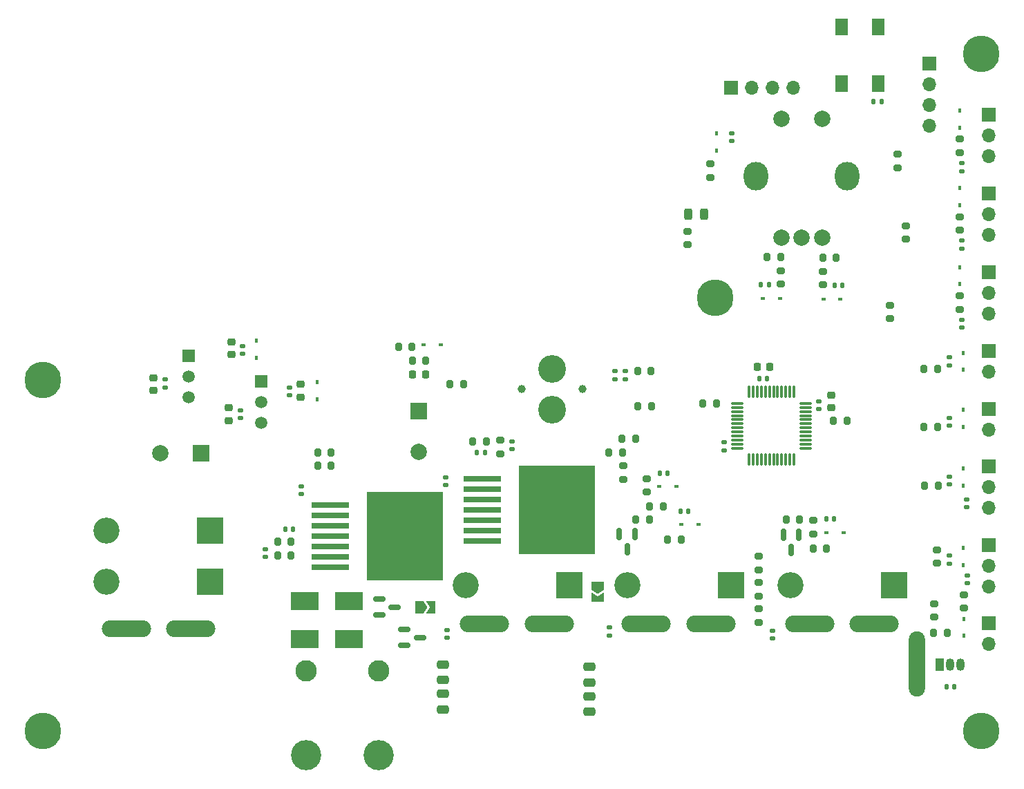
<source format=gts>
%TF.GenerationSoftware,KiCad,Pcbnew,6.0.6-3a73a75311~116~ubuntu20.04.1*%
%TF.CreationDate,2022-07-18T20:20:35-06:00*%
%TF.ProjectId,hvac-v2,68766163-2d76-4322-9e6b-696361645f70,rev?*%
%TF.SameCoordinates,Original*%
%TF.FileFunction,Soldermask,Top*%
%TF.FilePolarity,Negative*%
%FSLAX46Y46*%
G04 Gerber Fmt 4.6, Leading zero omitted, Abs format (unit mm)*
G04 Created by KiCad (PCBNEW 6.0.6-3a73a75311~116~ubuntu20.04.1) date 2022-07-18 20:20:35*
%MOMM*%
%LPD*%
G01*
G04 APERTURE LIST*
G04 Aperture macros list*
%AMRoundRect*
0 Rectangle with rounded corners*
0 $1 Rounding radius*
0 $2 $3 $4 $5 $6 $7 $8 $9 X,Y pos of 4 corners*
0 Add a 4 corners polygon primitive as box body*
4,1,4,$2,$3,$4,$5,$6,$7,$8,$9,$2,$3,0*
0 Add four circle primitives for the rounded corners*
1,1,$1+$1,$2,$3*
1,1,$1+$1,$4,$5*
1,1,$1+$1,$6,$7*
1,1,$1+$1,$8,$9*
0 Add four rect primitives between the rounded corners*
20,1,$1+$1,$2,$3,$4,$5,0*
20,1,$1+$1,$4,$5,$6,$7,0*
20,1,$1+$1,$6,$7,$8,$9,0*
20,1,$1+$1,$8,$9,$2,$3,0*%
%AMFreePoly0*
4,1,6,1.000000,0.000000,0.500000,-0.750000,-0.500000,-0.750000,-0.500000,0.750000,0.500000,0.750000,1.000000,0.000000,1.000000,0.000000,$1*%
%AMFreePoly1*
4,1,6,0.500000,-0.750000,-0.650000,-0.750000,-0.150000,0.000000,-0.650000,0.750000,0.500000,0.750000,0.500000,-0.750000,0.500000,-0.750000,$1*%
G04 Aperture macros list end*
%ADD10RoundRect,0.200000X-0.275000X0.200000X-0.275000X-0.200000X0.275000X-0.200000X0.275000X0.200000X0*%
%ADD11RoundRect,0.200000X0.275000X-0.200000X0.275000X0.200000X-0.275000X0.200000X-0.275000X-0.200000X0*%
%ADD12RoundRect,0.200000X0.200000X0.275000X-0.200000X0.275000X-0.200000X-0.275000X0.200000X-0.275000X0*%
%ADD13RoundRect,0.200000X-0.200000X-0.275000X0.200000X-0.275000X0.200000X0.275000X-0.200000X0.275000X0*%
%ADD14RoundRect,0.150000X-0.587500X-0.150000X0.587500X-0.150000X0.587500X0.150000X-0.587500X0.150000X0*%
%ADD15C,1.000000*%
%ADD16C,3.400000*%
%ADD17RoundRect,0.225000X-0.250000X0.225000X-0.250000X-0.225000X0.250000X-0.225000X0.250000X0.225000X0*%
%ADD18RoundRect,0.140000X-0.140000X-0.170000X0.140000X-0.170000X0.140000X0.170000X-0.140000X0.170000X0*%
%ADD19RoundRect,0.140000X0.170000X-0.140000X0.170000X0.140000X-0.170000X0.140000X-0.170000X-0.140000X0*%
%ADD20RoundRect,0.140000X-0.170000X0.140000X-0.170000X-0.140000X0.170000X-0.140000X0.170000X0.140000X0*%
%ADD21RoundRect,0.140000X0.140000X0.170000X-0.140000X0.170000X-0.140000X-0.170000X0.140000X-0.170000X0*%
%ADD22RoundRect,0.225000X-0.225000X-0.250000X0.225000X-0.250000X0.225000X0.250000X-0.225000X0.250000X0*%
%ADD23RoundRect,0.250000X-0.475000X0.250000X-0.475000X-0.250000X0.475000X-0.250000X0.475000X0.250000X0*%
%ADD24RoundRect,0.250000X0.475000X-0.250000X0.475000X0.250000X-0.475000X0.250000X-0.475000X-0.250000X0*%
%ADD25R,2.000000X2.000000*%
%ADD26C,2.000000*%
%ADD27R,0.600000X0.450000*%
%ADD28R,3.500000X2.300000*%
%ADD29RoundRect,0.243750X-0.243750X-0.456250X0.243750X-0.456250X0.243750X0.456250X-0.243750X0.456250X0*%
%ADD30R,0.450000X0.600000*%
%ADD31R,3.200000X3.200000*%
%ADD32O,3.200000X3.200000*%
%ADD33C,2.625000*%
%ADD34C,3.706000*%
%ADD35C,4.500000*%
%ADD36R,1.700000X1.700000*%
%ADD37O,1.700000X1.700000*%
%ADD38O,6.030000X2.070000*%
%ADD39FreePoly0,270.000000*%
%ADD40FreePoly1,270.000000*%
%ADD41FreePoly0,0.000000*%
%ADD42FreePoly1,0.000000*%
%ADD43RoundRect,0.150000X-0.150000X0.587500X-0.150000X-0.587500X0.150000X-0.587500X0.150000X0.587500X0*%
%ADD44R,1.500000X2.000000*%
%ADD45O,3.000000X3.500000*%
%ADD46RoundRect,0.075000X-0.075000X0.662500X-0.075000X-0.662500X0.075000X-0.662500X0.075000X0.662500X0*%
%ADD47RoundRect,0.075000X-0.662500X0.075000X-0.662500X-0.075000X0.662500X-0.075000X0.662500X0.075000X0*%
%ADD48R,4.600000X0.800000*%
%ADD49R,9.400000X10.800000*%
%ADD50R,1.500000X1.500000*%
%ADD51C,1.500000*%
%ADD52R,1.050000X1.500000*%
%ADD53O,1.050000X1.500000*%
%ADD54O,2.000000X8.000000*%
%ADD55RoundRect,0.225000X0.250000X-0.225000X0.250000X0.225000X-0.250000X0.225000X-0.250000X-0.225000X0*%
G04 APERTURE END LIST*
D10*
%TO.C,R45*%
X138780000Y-94835000D03*
X138780000Y-96485000D03*
%TD*%
%TO.C,R44*%
X140730000Y-85095000D03*
X140730000Y-86745000D03*
%TD*%
%TO.C,R43*%
X139750000Y-76305000D03*
X139750000Y-77955000D03*
%TD*%
%TO.C,R42*%
X144210000Y-131375000D03*
X144210000Y-133025000D03*
%TD*%
D11*
%TO.C,R41*%
X116790000Y-79175000D03*
X116790000Y-77525000D03*
%TD*%
D12*
%TO.C,R40*%
X117555000Y-106870000D03*
X115905000Y-106870000D03*
%TD*%
D11*
%TO.C,R39*%
X122710000Y-133675000D03*
X122710000Y-132025000D03*
%TD*%
D12*
%TO.C,R38*%
X86535000Y-104490000D03*
X84885000Y-104490000D03*
%TD*%
D13*
%TO.C,R31*%
X107925000Y-107200000D03*
X109575000Y-107200000D03*
%TD*%
D14*
%TO.C,Q4*%
X79332500Y-134590000D03*
X79332500Y-136490000D03*
X81207500Y-135540000D03*
%TD*%
D15*
%TO.C,BZ1*%
X93650000Y-105100000D03*
X101150000Y-105100000D03*
D16*
X97400000Y-102600000D03*
X97400000Y-107600000D03*
%TD*%
D17*
%TO.C,C1*%
X131600000Y-105825000D03*
X131600000Y-107375000D03*
%TD*%
D18*
%TO.C,C2*%
X136820000Y-69900000D03*
X137780000Y-69900000D03*
%TD*%
D19*
%TO.C,C3*%
X92500000Y-112480000D03*
X92500000Y-111520000D03*
%TD*%
D20*
%TO.C,C5*%
X130100000Y-106620000D03*
X130100000Y-107580000D03*
%TD*%
D18*
%TO.C,C6*%
X113120000Y-120100000D03*
X114080000Y-120100000D03*
%TD*%
D21*
%TO.C,C7*%
X89180000Y-112900000D03*
X88220000Y-112900000D03*
%TD*%
D18*
%TO.C,C8*%
X122820000Y-103800000D03*
X123780000Y-103800000D03*
%TD*%
D22*
%TO.C,C9*%
X122525000Y-102400000D03*
X124075000Y-102400000D03*
%TD*%
D23*
%TO.C,C10*%
X102000000Y-139150000D03*
X102000000Y-141050000D03*
%TD*%
%TO.C,C11*%
X102000000Y-142750000D03*
X102000000Y-144650000D03*
%TD*%
D19*
%TO.C,C12*%
X84400000Y-116880000D03*
X84400000Y-115920000D03*
%TD*%
%TO.C,C13*%
X66700000Y-117980000D03*
X66700000Y-117020000D03*
%TD*%
D22*
%TO.C,C14*%
X80325000Y-103300000D03*
X81875000Y-103300000D03*
%TD*%
D24*
%TO.C,C15*%
X84000000Y-140750000D03*
X84000000Y-138850000D03*
%TD*%
%TO.C,C16*%
X84000000Y-144350000D03*
X84000000Y-142450000D03*
%TD*%
D19*
%TO.C,C17*%
X84500000Y-135580000D03*
X84500000Y-134620000D03*
%TD*%
D21*
%TO.C,C18*%
X65680000Y-122300000D03*
X64720000Y-122300000D03*
%TD*%
D25*
%TO.C,C19*%
X54400000Y-113000000D03*
D26*
X49400000Y-113000000D03*
%TD*%
D19*
%TO.C,C20*%
X62300000Y-125680000D03*
X62300000Y-124720000D03*
%TD*%
D18*
%TO.C,C21*%
X132020000Y-92400000D03*
X132980000Y-92400000D03*
%TD*%
D20*
%TO.C,C22*%
X106400000Y-102920000D03*
X106400000Y-103880000D03*
%TD*%
%TO.C,C23*%
X105100000Y-102920000D03*
X105100000Y-103880000D03*
%TD*%
%TO.C,C24*%
X119400000Y-73720000D03*
X119400000Y-74680000D03*
%TD*%
D18*
%TO.C,C25*%
X110620000Y-115400000D03*
X111580000Y-115400000D03*
%TD*%
%TO.C,C26*%
X131020000Y-121000000D03*
X131980000Y-121000000D03*
%TD*%
%TO.C,C27*%
X123020000Y-92300000D03*
X123980000Y-92300000D03*
%TD*%
D19*
%TO.C,C28*%
X146100000Y-116780000D03*
X146100000Y-115820000D03*
%TD*%
%TO.C,C29*%
X146100000Y-126480000D03*
X146100000Y-125520000D03*
%TD*%
D20*
%TO.C,C30*%
X59200000Y-107720000D03*
X59200000Y-108680000D03*
%TD*%
D19*
%TO.C,C31*%
X146100000Y-102180000D03*
X146100000Y-101220000D03*
%TD*%
%TO.C,C32*%
X146100000Y-109580000D03*
X146100000Y-108620000D03*
%TD*%
%TO.C,C33*%
X104400000Y-135280000D03*
X104400000Y-134320000D03*
%TD*%
%TO.C,C34*%
X124400000Y-135680000D03*
X124400000Y-134720000D03*
%TD*%
D20*
%TO.C,C35*%
X65200000Y-104900000D03*
X65200000Y-105860000D03*
%TD*%
D19*
%TO.C,C36*%
X148200000Y-119600000D03*
X148200000Y-118640000D03*
%TD*%
%TO.C,C37*%
X148300000Y-128880000D03*
X148300000Y-127920000D03*
%TD*%
D17*
%TO.C,C38*%
X66600000Y-104525000D03*
X66600000Y-106075000D03*
%TD*%
D25*
%TO.C,C39*%
X81100000Y-107800000D03*
D26*
X81100000Y-112800000D03*
%TD*%
D21*
%TO.C,C40*%
X146680000Y-141600000D03*
X145720000Y-141600000D03*
%TD*%
D20*
%TO.C,C41*%
X147600000Y-77420000D03*
X147600000Y-78380000D03*
%TD*%
%TO.C,C42*%
X147600000Y-86920000D03*
X147600000Y-87880000D03*
%TD*%
%TO.C,C43*%
X147600000Y-96620000D03*
X147600000Y-97580000D03*
%TD*%
D27*
%TO.C,D1*%
X113250000Y-121700000D03*
X115350000Y-121700000D03*
%TD*%
%TO.C,D2*%
X81650000Y-99700000D03*
X83750000Y-99700000D03*
%TD*%
D28*
%TO.C,D4*%
X72500000Y-131100000D03*
X67100000Y-131100000D03*
%TD*%
D29*
%TO.C,D5*%
X114125000Y-83700000D03*
X116000000Y-83700000D03*
%TD*%
D30*
%TO.C,D6*%
X147900000Y-135350000D03*
X147900000Y-133250000D03*
%TD*%
D27*
%TO.C,D7*%
X132750000Y-94100000D03*
X130650000Y-94100000D03*
%TD*%
D31*
%TO.C,D8*%
X55500000Y-122400000D03*
D32*
X42800000Y-122400000D03*
%TD*%
D31*
%TO.C,D9*%
X55500000Y-128700000D03*
D32*
X42800000Y-128700000D03*
%TD*%
D30*
%TO.C,D10*%
X117600000Y-73750000D03*
X117600000Y-75850000D03*
%TD*%
D27*
%TO.C,D11*%
X110550000Y-117000000D03*
X112650000Y-117000000D03*
%TD*%
%TO.C,D12*%
X131050000Y-122700000D03*
X133150000Y-122700000D03*
%TD*%
%TO.C,D13*%
X125350000Y-94000000D03*
X123250000Y-94000000D03*
%TD*%
D30*
%TO.C,D14*%
X147800000Y-116950000D03*
X147800000Y-114850000D03*
%TD*%
%TO.C,D15*%
X147800000Y-126650000D03*
X147800000Y-124550000D03*
%TD*%
D28*
%TO.C,D16*%
X72500000Y-135700000D03*
X67100000Y-135700000D03*
%TD*%
D31*
%TO.C,D17*%
X119300000Y-129100000D03*
D32*
X106600000Y-129100000D03*
%TD*%
D31*
%TO.C,D18*%
X139300000Y-129100000D03*
D32*
X126600000Y-129100000D03*
%TD*%
D30*
%TO.C,D19*%
X147800000Y-102750000D03*
X147800000Y-100650000D03*
%TD*%
%TO.C,D20*%
X147800000Y-109750000D03*
X147800000Y-107650000D03*
%TD*%
%TO.C,D21*%
X68600000Y-104250000D03*
X68600000Y-106350000D03*
%TD*%
%TO.C,D22*%
X147400000Y-73050000D03*
X147400000Y-70950000D03*
%TD*%
%TO.C,D23*%
X147400000Y-82550000D03*
X147400000Y-80450000D03*
%TD*%
%TO.C,D24*%
X147400000Y-92250000D03*
X147400000Y-90150000D03*
%TD*%
D33*
%TO.C,F1*%
X67250000Y-139650000D03*
D34*
X67250000Y-149950000D03*
X76150000Y-149950000D03*
D33*
X76150000Y-139650000D03*
%TD*%
D35*
%TO.C,H1*%
X35000000Y-147000000D03*
%TD*%
%TO.C,H2*%
X150000000Y-64000000D03*
%TD*%
%TO.C,H3*%
X150000000Y-147000000D03*
%TD*%
%TO.C,H4*%
X35000000Y-104000000D03*
%TD*%
D36*
%TO.C,J3*%
X150900000Y-133800000D03*
D37*
X150900000Y-136340000D03*
%TD*%
D38*
%TO.C,J4*%
X53150000Y-134500000D03*
X45250000Y-134500000D03*
%TD*%
D36*
%TO.C,J5*%
X150900000Y-114600000D03*
D37*
X150900000Y-117140000D03*
X150900000Y-119680000D03*
%TD*%
D36*
%TO.C,J6*%
X150900000Y-124200000D03*
D37*
X150900000Y-126740000D03*
X150900000Y-129280000D03*
%TD*%
D38*
%TO.C,J7*%
X116850000Y-133900000D03*
X108950000Y-133900000D03*
%TD*%
%TO.C,J8*%
X136850000Y-133900000D03*
X128950000Y-133900000D03*
%TD*%
D36*
%TO.C,J9*%
X150900000Y-100400000D03*
D37*
X150900000Y-102940000D03*
%TD*%
D36*
%TO.C,J10*%
X150900000Y-107500000D03*
D37*
X150900000Y-110040000D03*
%TD*%
D36*
%TO.C,J12*%
X150900000Y-81100000D03*
D37*
X150900000Y-83640000D03*
X150900000Y-86180000D03*
%TD*%
D36*
%TO.C,J13*%
X150900000Y-90800000D03*
D37*
X150900000Y-93340000D03*
X150900000Y-95880000D03*
%TD*%
D36*
%TO.C,J14*%
X119300000Y-68200000D03*
D37*
X121840000Y-68200000D03*
X124380000Y-68200000D03*
X126920000Y-68200000D03*
%TD*%
D39*
%TO.C,JP1*%
X103000000Y-129175000D03*
D40*
X103000000Y-130625000D03*
%TD*%
D41*
%TO.C,JP2*%
X81175000Y-131800000D03*
D42*
X82625000Y-131800000D03*
%TD*%
D14*
%TO.C,Q1*%
X76262500Y-130850000D03*
X76262500Y-132750000D03*
X78137500Y-131800000D03*
%TD*%
D43*
%TO.C,Q2*%
X107550000Y-122862500D03*
X105650000Y-122862500D03*
X106600000Y-124737500D03*
%TD*%
%TO.C,Q3*%
X127650000Y-122962500D03*
X125750000Y-122962500D03*
X126700000Y-124837500D03*
%TD*%
D11*
%TO.C,R1*%
X91100000Y-113025000D03*
X91100000Y-111375000D03*
%TD*%
D13*
%TO.C,R2*%
X131875000Y-109000000D03*
X133525000Y-109000000D03*
%TD*%
D12*
%TO.C,R3*%
X107625000Y-111200000D03*
X105975000Y-111200000D03*
%TD*%
%TO.C,R4*%
X106025000Y-112900000D03*
X104375000Y-112900000D03*
%TD*%
D13*
%TO.C,R5*%
X87675000Y-111500000D03*
X89325000Y-111500000D03*
%TD*%
%TO.C,R6*%
X111575000Y-123500000D03*
X113225000Y-123500000D03*
%TD*%
D11*
%TO.C,R7*%
X122700000Y-130450000D03*
X122700000Y-128800000D03*
%TD*%
D13*
%TO.C,R8*%
X78575000Y-99900000D03*
X80225000Y-99900000D03*
%TD*%
%TO.C,R9*%
X80275000Y-101600000D03*
X81925000Y-101600000D03*
%TD*%
D12*
%TO.C,R10*%
X65425000Y-123800000D03*
X63775000Y-123800000D03*
%TD*%
D13*
%TO.C,R11*%
X68675000Y-112900000D03*
X70325000Y-112900000D03*
%TD*%
%TO.C,R12*%
X68675000Y-114500000D03*
X70325000Y-114500000D03*
%TD*%
D11*
%TO.C,R13*%
X114000000Y-87425000D03*
X114000000Y-85775000D03*
%TD*%
D12*
%TO.C,R14*%
X65425000Y-125500000D03*
X63775000Y-125500000D03*
%TD*%
D10*
%TO.C,R15*%
X147900000Y-130275000D03*
X147900000Y-131925000D03*
%TD*%
D12*
%TO.C,R16*%
X109525000Y-102900000D03*
X107875000Y-102900000D03*
%TD*%
%TO.C,R18*%
X132225000Y-89000000D03*
X130575000Y-89000000D03*
%TD*%
%TO.C,R19*%
X125425000Y-88900000D03*
X123775000Y-88900000D03*
%TD*%
D11*
%TO.C,R20*%
X125400000Y-92225000D03*
X125400000Y-90575000D03*
%TD*%
%TO.C,R21*%
X109000000Y-117725000D03*
X109000000Y-116075000D03*
%TD*%
D13*
%TO.C,R22*%
X129375000Y-124600000D03*
X131025000Y-124600000D03*
%TD*%
%TO.C,R23*%
X107675000Y-121100000D03*
X109325000Y-121100000D03*
%TD*%
D11*
%TO.C,R24*%
X129400000Y-122825000D03*
X129400000Y-121175000D03*
%TD*%
D12*
%TO.C,R25*%
X145825000Y-135000000D03*
X144175000Y-135000000D03*
%TD*%
D11*
%TO.C,R26*%
X147400000Y-76125000D03*
X147400000Y-74475000D03*
%TD*%
%TO.C,R27*%
X147400000Y-85625000D03*
X147400000Y-83975000D03*
%TD*%
%TO.C,R28*%
X147400000Y-95325000D03*
X147400000Y-93675000D03*
%TD*%
D44*
%TO.C,SW1*%
X132850000Y-60700000D03*
X132850000Y-67700000D03*
X137350000Y-60700000D03*
X137350000Y-67700000D03*
%TD*%
D26*
%TO.C,SW2*%
X125500000Y-86500000D03*
X130500000Y-86500000D03*
X128000000Y-86500000D03*
X125500000Y-72000000D03*
X130500000Y-72000000D03*
D45*
X133600000Y-79000000D03*
X122400000Y-79000000D03*
%TD*%
D46*
%TO.C,U1*%
X127050000Y-105437500D03*
X126550000Y-105437500D03*
X126050000Y-105437500D03*
X125550000Y-105437500D03*
X125050000Y-105437500D03*
X124550000Y-105437500D03*
X124050000Y-105437500D03*
X123550000Y-105437500D03*
X123050000Y-105437500D03*
X122550000Y-105437500D03*
X122050000Y-105437500D03*
X121550000Y-105437500D03*
D47*
X120137500Y-106850000D03*
X120137500Y-107350000D03*
X120137500Y-107850000D03*
X120137500Y-108350000D03*
X120137500Y-108850000D03*
X120137500Y-109350000D03*
X120137500Y-109850000D03*
X120137500Y-110350000D03*
X120137500Y-110850000D03*
X120137500Y-111350000D03*
X120137500Y-111850000D03*
X120137500Y-112350000D03*
D46*
X121550000Y-113762500D03*
X122050000Y-113762500D03*
X122550000Y-113762500D03*
X123050000Y-113762500D03*
X123550000Y-113762500D03*
X124050000Y-113762500D03*
X124550000Y-113762500D03*
X125050000Y-113762500D03*
X125550000Y-113762500D03*
X126050000Y-113762500D03*
X126550000Y-113762500D03*
X127050000Y-113762500D03*
D47*
X128462500Y-112350000D03*
X128462500Y-111850000D03*
X128462500Y-111350000D03*
X128462500Y-110850000D03*
X128462500Y-110350000D03*
X128462500Y-109850000D03*
X128462500Y-109350000D03*
X128462500Y-108850000D03*
X128462500Y-108350000D03*
X128462500Y-107850000D03*
X128462500Y-107350000D03*
X128462500Y-106850000D03*
%TD*%
D48*
%TO.C,U2*%
X88850000Y-116090000D03*
X88850000Y-117360000D03*
X88850000Y-118630000D03*
X88850000Y-119900000D03*
X88850000Y-121170000D03*
X88850000Y-122440000D03*
X88850000Y-123710000D03*
D49*
X98000000Y-119900000D03*
%TD*%
D48*
%TO.C,U3*%
X70225000Y-119290000D03*
X70225000Y-120560000D03*
X70225000Y-121830000D03*
X70225000Y-123100000D03*
X70225000Y-124370000D03*
X70225000Y-125640000D03*
X70225000Y-126910000D03*
D49*
X79375000Y-123100000D03*
%TD*%
D50*
%TO.C,U4*%
X61750000Y-104150000D03*
D51*
X61750000Y-106690000D03*
X61750000Y-109230000D03*
%TD*%
D52*
%TO.C,U5*%
X144900000Y-138900000D03*
D53*
X146170000Y-138900000D03*
X147440000Y-138900000D03*
%TD*%
D38*
%TO.C,J1*%
X97050000Y-133900000D03*
X89150000Y-133900000D03*
%TD*%
D10*
%TO.C,R29*%
X106100000Y-114500000D03*
X106100000Y-116150000D03*
%TD*%
D11*
%TO.C,R30*%
X122700000Y-127225000D03*
X122700000Y-125575000D03*
%TD*%
D13*
%TO.C,R32*%
X109375000Y-119500000D03*
X111025000Y-119500000D03*
%TD*%
D12*
%TO.C,R33*%
X127725000Y-121100000D03*
X126075000Y-121100000D03*
%TD*%
D31*
%TO.C,D3*%
X99500000Y-129100000D03*
D32*
X86800000Y-129100000D03*
%TD*%
D19*
%TO.C,C4*%
X118500000Y-112580000D03*
X118500000Y-111620000D03*
%TD*%
D36*
%TO.C,J11*%
X150900000Y-71500000D03*
D37*
X150900000Y-74040000D03*
X150900000Y-76580000D03*
%TD*%
D35*
%TO.C,H5*%
X117400000Y-93900000D03*
%TD*%
D10*
%TO.C,R17*%
X130600000Y-90675000D03*
X130600000Y-92325000D03*
%TD*%
D12*
%TO.C,R34*%
X144725000Y-116900000D03*
X143075000Y-116900000D03*
%TD*%
D11*
%TO.C,R35*%
X144600000Y-126425000D03*
X144600000Y-124775000D03*
%TD*%
D12*
%TO.C,R36*%
X144625000Y-109700000D03*
X142975000Y-109700000D03*
%TD*%
%TO.C,R37*%
X144625000Y-102600000D03*
X142975000Y-102600000D03*
%TD*%
D54*
%TO.C,H6*%
X142100000Y-138800000D03*
%TD*%
D20*
%TO.C,C44*%
X50000000Y-103920000D03*
X50000000Y-104880000D03*
%TD*%
D17*
%TO.C,C47*%
X57800000Y-107400000D03*
X57800000Y-108950000D03*
%TD*%
D50*
%TO.C,U6*%
X52850000Y-101050000D03*
D51*
X52850000Y-103590000D03*
X52850000Y-106130000D03*
%TD*%
D19*
%TO.C,C45*%
X59500000Y-100780000D03*
X59500000Y-99820000D03*
%TD*%
D55*
%TO.C,C46*%
X58100000Y-100875000D03*
X58100000Y-99325000D03*
%TD*%
D30*
%TO.C,D26*%
X61200000Y-101250000D03*
X61200000Y-99150000D03*
%TD*%
D17*
%TO.C,C48*%
X48600000Y-103725000D03*
X48600000Y-105275000D03*
%TD*%
D36*
%TO.C,J2*%
X143600000Y-65200000D03*
D37*
X143600000Y-67740000D03*
X143600000Y-70280000D03*
X143600000Y-72820000D03*
%TD*%
M02*

</source>
